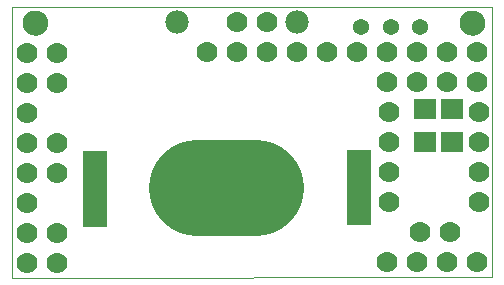
<source format=gbs>
G75*
%MOIN*%
%OFA0B0*%
%FSLAX25Y25*%
%IPPOS*%
%LPD*%
%AMOC8*
5,1,8,0,0,1.08239X$1,22.5*
%
%ADD10C,0.00000*%
%ADD11C,0.08274*%
%ADD12R,0.08400X0.12900*%
%ADD13C,0.31896*%
%ADD14R,0.07487X0.06699*%
%ADD15C,0.07000*%
%ADD16C,0.05400*%
%ADD17C,0.07800*%
D10*
X0005000Y0010770D02*
X0005000Y0101270D01*
X0165000Y0101270D01*
X0165000Y0011270D01*
X0005000Y0010770D01*
X0008858Y0095916D02*
X0008860Y0096041D01*
X0008866Y0096166D01*
X0008876Y0096290D01*
X0008890Y0096414D01*
X0008907Y0096538D01*
X0008929Y0096661D01*
X0008955Y0096783D01*
X0008984Y0096905D01*
X0009017Y0097025D01*
X0009055Y0097144D01*
X0009095Y0097263D01*
X0009140Y0097379D01*
X0009188Y0097494D01*
X0009240Y0097608D01*
X0009296Y0097720D01*
X0009355Y0097830D01*
X0009417Y0097938D01*
X0009483Y0098045D01*
X0009552Y0098149D01*
X0009625Y0098250D01*
X0009700Y0098350D01*
X0009779Y0098447D01*
X0009861Y0098541D01*
X0009946Y0098633D01*
X0010033Y0098722D01*
X0010124Y0098808D01*
X0010217Y0098891D01*
X0010313Y0098972D01*
X0010411Y0099049D01*
X0010511Y0099123D01*
X0010614Y0099194D01*
X0010719Y0099261D01*
X0010827Y0099326D01*
X0010936Y0099386D01*
X0011047Y0099444D01*
X0011160Y0099497D01*
X0011274Y0099547D01*
X0011390Y0099594D01*
X0011507Y0099636D01*
X0011626Y0099675D01*
X0011746Y0099711D01*
X0011867Y0099742D01*
X0011989Y0099770D01*
X0012111Y0099793D01*
X0012235Y0099813D01*
X0012359Y0099829D01*
X0012483Y0099841D01*
X0012608Y0099849D01*
X0012733Y0099853D01*
X0012857Y0099853D01*
X0012982Y0099849D01*
X0013107Y0099841D01*
X0013231Y0099829D01*
X0013355Y0099813D01*
X0013479Y0099793D01*
X0013601Y0099770D01*
X0013723Y0099742D01*
X0013844Y0099711D01*
X0013964Y0099675D01*
X0014083Y0099636D01*
X0014200Y0099594D01*
X0014316Y0099547D01*
X0014430Y0099497D01*
X0014543Y0099444D01*
X0014654Y0099386D01*
X0014764Y0099326D01*
X0014871Y0099261D01*
X0014976Y0099194D01*
X0015079Y0099123D01*
X0015179Y0099049D01*
X0015277Y0098972D01*
X0015373Y0098891D01*
X0015466Y0098808D01*
X0015557Y0098722D01*
X0015644Y0098633D01*
X0015729Y0098541D01*
X0015811Y0098447D01*
X0015890Y0098350D01*
X0015965Y0098250D01*
X0016038Y0098149D01*
X0016107Y0098045D01*
X0016173Y0097938D01*
X0016235Y0097830D01*
X0016294Y0097720D01*
X0016350Y0097608D01*
X0016402Y0097494D01*
X0016450Y0097379D01*
X0016495Y0097263D01*
X0016535Y0097144D01*
X0016573Y0097025D01*
X0016606Y0096905D01*
X0016635Y0096783D01*
X0016661Y0096661D01*
X0016683Y0096538D01*
X0016700Y0096414D01*
X0016714Y0096290D01*
X0016724Y0096166D01*
X0016730Y0096041D01*
X0016732Y0095916D01*
X0016730Y0095791D01*
X0016724Y0095666D01*
X0016714Y0095542D01*
X0016700Y0095418D01*
X0016683Y0095294D01*
X0016661Y0095171D01*
X0016635Y0095049D01*
X0016606Y0094927D01*
X0016573Y0094807D01*
X0016535Y0094688D01*
X0016495Y0094569D01*
X0016450Y0094453D01*
X0016402Y0094338D01*
X0016350Y0094224D01*
X0016294Y0094112D01*
X0016235Y0094002D01*
X0016173Y0093894D01*
X0016107Y0093787D01*
X0016038Y0093683D01*
X0015965Y0093582D01*
X0015890Y0093482D01*
X0015811Y0093385D01*
X0015729Y0093291D01*
X0015644Y0093199D01*
X0015557Y0093110D01*
X0015466Y0093024D01*
X0015373Y0092941D01*
X0015277Y0092860D01*
X0015179Y0092783D01*
X0015079Y0092709D01*
X0014976Y0092638D01*
X0014871Y0092571D01*
X0014763Y0092506D01*
X0014654Y0092446D01*
X0014543Y0092388D01*
X0014430Y0092335D01*
X0014316Y0092285D01*
X0014200Y0092238D01*
X0014083Y0092196D01*
X0013964Y0092157D01*
X0013844Y0092121D01*
X0013723Y0092090D01*
X0013601Y0092062D01*
X0013479Y0092039D01*
X0013355Y0092019D01*
X0013231Y0092003D01*
X0013107Y0091991D01*
X0012982Y0091983D01*
X0012857Y0091979D01*
X0012733Y0091979D01*
X0012608Y0091983D01*
X0012483Y0091991D01*
X0012359Y0092003D01*
X0012235Y0092019D01*
X0012111Y0092039D01*
X0011989Y0092062D01*
X0011867Y0092090D01*
X0011746Y0092121D01*
X0011626Y0092157D01*
X0011507Y0092196D01*
X0011390Y0092238D01*
X0011274Y0092285D01*
X0011160Y0092335D01*
X0011047Y0092388D01*
X0010936Y0092446D01*
X0010826Y0092506D01*
X0010719Y0092571D01*
X0010614Y0092638D01*
X0010511Y0092709D01*
X0010411Y0092783D01*
X0010313Y0092860D01*
X0010217Y0092941D01*
X0010124Y0093024D01*
X0010033Y0093110D01*
X0009946Y0093199D01*
X0009861Y0093291D01*
X0009779Y0093385D01*
X0009700Y0093482D01*
X0009625Y0093582D01*
X0009552Y0093683D01*
X0009483Y0093787D01*
X0009417Y0093894D01*
X0009355Y0094002D01*
X0009296Y0094112D01*
X0009240Y0094224D01*
X0009188Y0094338D01*
X0009140Y0094453D01*
X0009095Y0094569D01*
X0009055Y0094688D01*
X0009017Y0094807D01*
X0008984Y0094927D01*
X0008955Y0095049D01*
X0008929Y0095171D01*
X0008907Y0095294D01*
X0008890Y0095418D01*
X0008876Y0095542D01*
X0008866Y0095666D01*
X0008860Y0095791D01*
X0008858Y0095916D01*
X0154528Y0095916D02*
X0154530Y0096041D01*
X0154536Y0096166D01*
X0154546Y0096290D01*
X0154560Y0096414D01*
X0154577Y0096538D01*
X0154599Y0096661D01*
X0154625Y0096783D01*
X0154654Y0096905D01*
X0154687Y0097025D01*
X0154725Y0097144D01*
X0154765Y0097263D01*
X0154810Y0097379D01*
X0154858Y0097494D01*
X0154910Y0097608D01*
X0154966Y0097720D01*
X0155025Y0097830D01*
X0155087Y0097938D01*
X0155153Y0098045D01*
X0155222Y0098149D01*
X0155295Y0098250D01*
X0155370Y0098350D01*
X0155449Y0098447D01*
X0155531Y0098541D01*
X0155616Y0098633D01*
X0155703Y0098722D01*
X0155794Y0098808D01*
X0155887Y0098891D01*
X0155983Y0098972D01*
X0156081Y0099049D01*
X0156181Y0099123D01*
X0156284Y0099194D01*
X0156389Y0099261D01*
X0156497Y0099326D01*
X0156606Y0099386D01*
X0156717Y0099444D01*
X0156830Y0099497D01*
X0156944Y0099547D01*
X0157060Y0099594D01*
X0157177Y0099636D01*
X0157296Y0099675D01*
X0157416Y0099711D01*
X0157537Y0099742D01*
X0157659Y0099770D01*
X0157781Y0099793D01*
X0157905Y0099813D01*
X0158029Y0099829D01*
X0158153Y0099841D01*
X0158278Y0099849D01*
X0158403Y0099853D01*
X0158527Y0099853D01*
X0158652Y0099849D01*
X0158777Y0099841D01*
X0158901Y0099829D01*
X0159025Y0099813D01*
X0159149Y0099793D01*
X0159271Y0099770D01*
X0159393Y0099742D01*
X0159514Y0099711D01*
X0159634Y0099675D01*
X0159753Y0099636D01*
X0159870Y0099594D01*
X0159986Y0099547D01*
X0160100Y0099497D01*
X0160213Y0099444D01*
X0160324Y0099386D01*
X0160434Y0099326D01*
X0160541Y0099261D01*
X0160646Y0099194D01*
X0160749Y0099123D01*
X0160849Y0099049D01*
X0160947Y0098972D01*
X0161043Y0098891D01*
X0161136Y0098808D01*
X0161227Y0098722D01*
X0161314Y0098633D01*
X0161399Y0098541D01*
X0161481Y0098447D01*
X0161560Y0098350D01*
X0161635Y0098250D01*
X0161708Y0098149D01*
X0161777Y0098045D01*
X0161843Y0097938D01*
X0161905Y0097830D01*
X0161964Y0097720D01*
X0162020Y0097608D01*
X0162072Y0097494D01*
X0162120Y0097379D01*
X0162165Y0097263D01*
X0162205Y0097144D01*
X0162243Y0097025D01*
X0162276Y0096905D01*
X0162305Y0096783D01*
X0162331Y0096661D01*
X0162353Y0096538D01*
X0162370Y0096414D01*
X0162384Y0096290D01*
X0162394Y0096166D01*
X0162400Y0096041D01*
X0162402Y0095916D01*
X0162400Y0095791D01*
X0162394Y0095666D01*
X0162384Y0095542D01*
X0162370Y0095418D01*
X0162353Y0095294D01*
X0162331Y0095171D01*
X0162305Y0095049D01*
X0162276Y0094927D01*
X0162243Y0094807D01*
X0162205Y0094688D01*
X0162165Y0094569D01*
X0162120Y0094453D01*
X0162072Y0094338D01*
X0162020Y0094224D01*
X0161964Y0094112D01*
X0161905Y0094002D01*
X0161843Y0093894D01*
X0161777Y0093787D01*
X0161708Y0093683D01*
X0161635Y0093582D01*
X0161560Y0093482D01*
X0161481Y0093385D01*
X0161399Y0093291D01*
X0161314Y0093199D01*
X0161227Y0093110D01*
X0161136Y0093024D01*
X0161043Y0092941D01*
X0160947Y0092860D01*
X0160849Y0092783D01*
X0160749Y0092709D01*
X0160646Y0092638D01*
X0160541Y0092571D01*
X0160433Y0092506D01*
X0160324Y0092446D01*
X0160213Y0092388D01*
X0160100Y0092335D01*
X0159986Y0092285D01*
X0159870Y0092238D01*
X0159753Y0092196D01*
X0159634Y0092157D01*
X0159514Y0092121D01*
X0159393Y0092090D01*
X0159271Y0092062D01*
X0159149Y0092039D01*
X0159025Y0092019D01*
X0158901Y0092003D01*
X0158777Y0091991D01*
X0158652Y0091983D01*
X0158527Y0091979D01*
X0158403Y0091979D01*
X0158278Y0091983D01*
X0158153Y0091991D01*
X0158029Y0092003D01*
X0157905Y0092019D01*
X0157781Y0092039D01*
X0157659Y0092062D01*
X0157537Y0092090D01*
X0157416Y0092121D01*
X0157296Y0092157D01*
X0157177Y0092196D01*
X0157060Y0092238D01*
X0156944Y0092285D01*
X0156830Y0092335D01*
X0156717Y0092388D01*
X0156606Y0092446D01*
X0156496Y0092506D01*
X0156389Y0092571D01*
X0156284Y0092638D01*
X0156181Y0092709D01*
X0156081Y0092783D01*
X0155983Y0092860D01*
X0155887Y0092941D01*
X0155794Y0093024D01*
X0155703Y0093110D01*
X0155616Y0093199D01*
X0155531Y0093291D01*
X0155449Y0093385D01*
X0155370Y0093482D01*
X0155295Y0093582D01*
X0155222Y0093683D01*
X0155153Y0093787D01*
X0155087Y0093894D01*
X0155025Y0094002D01*
X0154966Y0094112D01*
X0154910Y0094224D01*
X0154858Y0094338D01*
X0154810Y0094453D01*
X0154765Y0094569D01*
X0154725Y0094688D01*
X0154687Y0094807D01*
X0154654Y0094927D01*
X0154625Y0095049D01*
X0154599Y0095171D01*
X0154577Y0095294D01*
X0154560Y0095418D01*
X0154546Y0095542D01*
X0154536Y0095666D01*
X0154530Y0095791D01*
X0154528Y0095916D01*
D11*
X0158465Y0095916D03*
X0012795Y0095916D03*
D12*
X0032500Y0046770D03*
X0032500Y0034270D03*
X0120500Y0034770D03*
X0120500Y0047270D03*
D13*
X0086342Y0040770D02*
X0066658Y0040770D01*
D14*
X0142575Y0056258D03*
X0151681Y0056258D03*
X0151681Y0067282D03*
X0142575Y0067282D03*
D15*
X0130500Y0066270D03*
X0130500Y0056270D03*
X0130500Y0046270D03*
X0130500Y0036270D03*
X0141000Y0026270D03*
X0151000Y0026270D03*
X0160500Y0036270D03*
X0160500Y0046270D03*
X0160500Y0056270D03*
X0160500Y0066270D03*
X0160000Y0076270D03*
X0150000Y0076270D03*
X0140000Y0076270D03*
X0130000Y0076270D03*
X0130000Y0086270D03*
X0120000Y0086270D03*
X0110000Y0086270D03*
X0100000Y0086270D03*
X0090000Y0086270D03*
X0080000Y0086270D03*
X0070000Y0086270D03*
X0079843Y0096309D03*
X0089843Y0096309D03*
X0140000Y0086270D03*
X0150000Y0086270D03*
X0160000Y0086270D03*
X0160000Y0016270D03*
X0150000Y0016270D03*
X0140000Y0016270D03*
X0130000Y0016270D03*
X0020000Y0015770D03*
X0010000Y0015770D03*
X0010000Y0025770D03*
X0020000Y0025770D03*
X0010000Y0035770D03*
X0010000Y0045770D03*
X0020000Y0045770D03*
X0020000Y0055770D03*
X0010000Y0055770D03*
X0010000Y0065770D03*
X0010000Y0075770D03*
X0020000Y0075770D03*
X0020000Y0085770D03*
X0010000Y0085770D03*
D16*
X0121339Y0094341D03*
X0131181Y0094341D03*
X0141024Y0094341D03*
D17*
X0099882Y0096270D03*
X0059882Y0096270D03*
M02*

</source>
